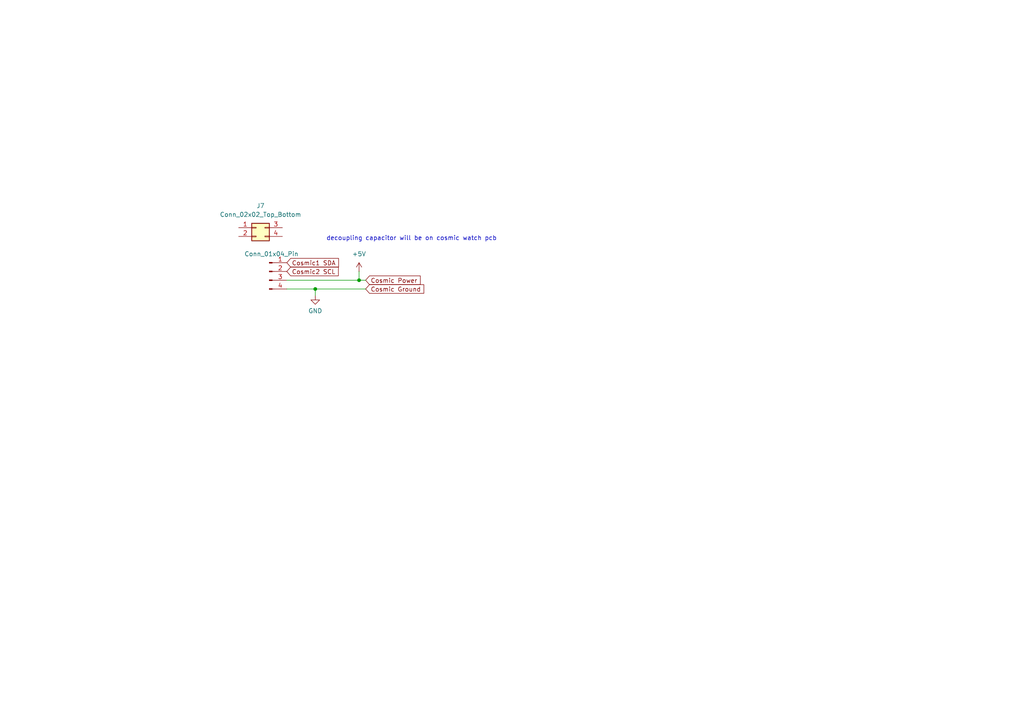
<source format=kicad_sch>
(kicad_sch (version 20250114) (generator "eeschema") (generator_version "9.0")
  (paper "A4")
  (lib_symbols
    (symbol "Connector:Conn_01x04_Pin" (pin_names (offset 1.016) (hide yes))
      (property "Reference" "J" (at 0 5.08 0))
      (property "Value" "Conn_01x04_Pin" (at 0 -7.62 0))
      (symbol "Conn_01x04_Pin_1_1"
        (rectangle (start 0.8636 2.667) (end 0 2.413) (stroke (width 0.1524)) (fill (type outline)))
        (rectangle (start 0.8636 0.127) (end 0 -0.127) (stroke (width 0.1524)) (fill (type outline)))
        (rectangle (start 0.8636 -2.413) (end 0 -2.667) (stroke (width 0.1524)) (fill (type outline)))
        (rectangle (start 0.8636 -4.953) (end 0 -5.207) (stroke (width 0.1524)) (fill (type outline)))
        (polyline (pts (xy 1.27 2.54) (xy 0.8636 2.54)) (stroke (width 0.1524)))
        (polyline (pts (xy 1.27 0) (xy 0.8636 0)) (stroke (width 0.1524)))
        (polyline (pts (xy 1.27 -2.54) (xy 0.8636 -2.54)) (stroke (width 0.1524)))
        (polyline (pts (xy 1.27 -5.08) (xy 0.8636 -5.08)) (stroke (width 0.1524)))
        (pin passive line (at 5.08 2.54 180) (length 3.81) (name "Pin_1") (number "1"))
        (pin passive line (at 5.08 0 180) (length 3.81) (name "Pin_2") (number "2"))
        (pin passive line (at 5.08 -2.54 180) (length 3.81) (name "Pin_3") (number "3"))
        (pin passive line (at 5.08 -5.08 180) (length 3.81) (name "Pin_4") (number "4"))
      )
    )
    (symbol "Connector_Generic:Conn_02x02_Top_Bottom" (pin_names (offset 1.016) (hide yes))
      (property "Reference" "J" (at 1.27 2.54 0))
      (property "Value" "Conn_02x02_Top_Bottom" (at 1.27 -5.08 0))
      (symbol "Conn_02x02_Top_Bottom_1_1"
        (rectangle (start -1.27 1.27) (end 3.81 -3.81) (stroke (width 0.254)) (fill (type background)))
        (rectangle (start -1.27 0.127) (end 0 -0.127) (stroke (width 0.1524)))
        (rectangle (start -1.27 -2.413) (end 0 -2.667) (stroke (width 0.1524)))
        (rectangle (start 3.81 0.127) (end 2.54 -0.127) (stroke (width 0.1524)))
        (rectangle (start 3.81 -2.413) (end 2.54 -2.667) (stroke (width 0.1524)))
        (pin passive line (at -5.08 0 0) (length 3.81) (name "Pin_1") (number "1"))
        (pin passive line (at -5.08 -2.54 0) (length 3.81) (name "Pin_2") (number "2"))
        (pin passive line (at 7.62 0 180) (length 3.81) (name "Pin_3") (number "3"))
        (pin passive line (at 7.62 -2.54 180) (length 3.81) (name "Pin_4") (number "4"))
      )
    )
    (symbol "power:+5V" (power) (pin_numbers (hide yes)) (pin_names (offset 0) (hide yes))
      (property "Value" "+5V" (at 0 3.556 0))
      (symbol "+5V_0_1"
        (polyline (pts (xy -0.762 1.27) (xy 0 2.54)))
        (polyline (pts (xy 0 2.54) (xy 0.762 1.27)))
        (polyline (pts (xy 0 0) (xy 0 2.54)))
      )
      (symbol "+5V_1_1"
        (pin power_in line (at 0 0 90) (length 0) (name "~") (number "1"))
      )
    )
    (symbol "power:GND" (power) (pin_numbers (hide yes)) (pin_names (offset 0) (hide yes))
      (property "Value" "GND" (at 0 -3.81 0))
      (symbol "GND_0_1"
        (polyline (pts (xy 0 0) (xy 0 -1.27) (xy 1.27 -1.27) (xy 0 -2.54) (xy -1.27 -1.27) (xy 0 -1.27)))
      )
      (symbol "GND_1_1"
        (pin power_in line (at 0 0 270) (length 0) (name "~") (number "1"))
      )
    )
  )
  (text "decoupling capacitor will be on cosmic watch pcb" (at 119.38 69.215 0) (effects (font (size 1.27 1.27))))
  (junction (at 91.44 83.82))
  (junction (at 104.14 81.28))
  (wire (pts (xy 91.44 85.725) (xy 91.44 83.82)))
  (wire (pts (xy 83.185 81.28) (xy 104.14 81.28)))
  (wire (pts (xy 91.44 83.82) (xy 106.045 83.82)))
  (wire (pts (xy 104.14 78.74) (xy 104.14 81.28)))
  (wire (pts (xy 83.185 83.82) (xy 91.44 83.82)))
  (wire (pts (xy 104.14 81.28) (xy 106.045 81.28)))
  (global_label "Cosmic1 SDA" (shape input) (at 83.185 76.2 0) (property "Intersheetrefs" "${INTERSHEET_REFS}" (effects (hide yes))))
  (global_label "Cosmic Ground" (shape input) (at 106.045 83.82 0) (property "Intersheetrefs" "${INTERSHEET_REFS}" (effects (hide yes))))
  (global_label "Cosmic Power" (shape input) (at 106.045 81.28 0) (property "Intersheetrefs" "${INTERSHEET_REFS}" (effects (hide yes))))
  (global_label "Cosmic2 SCL" (shape input) (at 83.185 78.74 0) (property "Intersheetrefs" "${INTERSHEET_REFS}" (effects (hide yes))))
  (symbol (lib_id "Connector:Conn_01x04_Pin") (at 78.105 78.74 0) (unit 1)
    (property "Reference" "J3" (effects (hide yes)))
    (property "Value" "Conn_01x04_Pin" (at 78.74 73.66 0))
    (property "Footprint" "1my_footprints:CON4_2X2_UF_DF11_HIR" (effects (hide yes)))
    (property "Description" "Generic connector, single row, 01x04, script generated" (effects (hide yes)))
  )
  (symbol (lib_id "power:+5V") (at 104.14 78.74 0) (unit 1)
    (property "Reference" "#PWR02" (effects (hide yes)))
    (property "Value" "+5V" (at 104.14 73.66 0))
    (property "Description" "Power symbol creates a global label with name \"+5V\"" (effects (hide yes)))
  )
  (symbol (lib_id "power:GND") (at 91.44 85.725 0) (unit 1)
    (property "Reference" "#PWR03" (effects (hide yes)))
    (property "Value" "GND" (at 91.44 90.17 0))
    (property "Description" "Power symbol creates a global label with name \"GND\" , ground" (effects (hide yes)))
  )
  (symbol (lib_id "Connector_Generic:Conn_02x02_Top_Bottom") (at 74.295 66.04 0) (unit 1)
    (property "Reference" "J7" (at 75.565 59.69 0))
    (property "Value" "Conn_02x02_Top_Bottom" (at 75.565 62.23 0))
    (property "Footprint" "1my_footprints:CON4_2X2_UF_DF11_HIR" (effects (hide yes)))
    (property "Description" "Generic connector, double row, 02x02, top/bottom pin numbering scheme (row 1: 1...pins_per_row, row2: pins_per_row+1 ... num_pins), script generated (kicad-library-utils/schlib/autogen/connector/)" (effects (hide yes)))
  )
)
</source>
